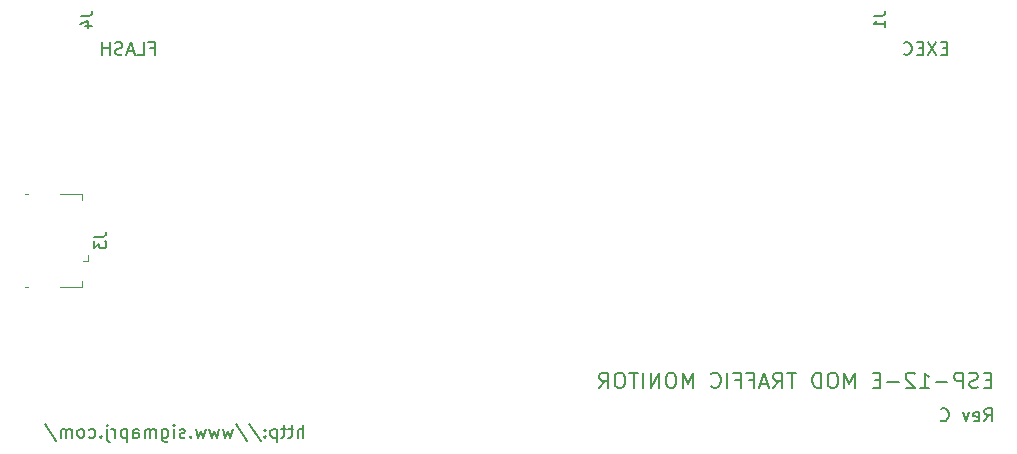
<source format=gbr>
G04 #@! TF.GenerationSoftware,KiCad,Pcbnew,5.1.9+dfsg1-1~bpo10+1*
G04 #@! TF.CreationDate,2021-05-29T21:01:30+02:00*
G04 #@! TF.ProjectId,esp_12e_traffic_monitor,6573705f-3132-4655-9f74-726166666963,C*
G04 #@! TF.SameCoordinates,Original*
G04 #@! TF.FileFunction,Legend,Bot*
G04 #@! TF.FilePolarity,Positive*
%FSLAX46Y46*%
G04 Gerber Fmt 4.6, Leading zero omitted, Abs format (unit mm)*
G04 Created by KiCad (PCBNEW 5.1.9+dfsg1-1~bpo10+1) date 2021-05-29 21:01:30*
%MOMM*%
%LPD*%
G01*
G04 APERTURE LIST*
%ADD10C,0.200000*%
%ADD11C,0.120000*%
%ADD12C,0.150000*%
G04 APERTURE END LIST*
D10*
X113808095Y-132897619D02*
X113808095Y-131797619D01*
X113336666Y-132897619D02*
X113336666Y-132321428D01*
X113389047Y-132216666D01*
X113493809Y-132164285D01*
X113650952Y-132164285D01*
X113755714Y-132216666D01*
X113808095Y-132269047D01*
X112970000Y-132164285D02*
X112550952Y-132164285D01*
X112812857Y-131797619D02*
X112812857Y-132740476D01*
X112760476Y-132845238D01*
X112655714Y-132897619D01*
X112550952Y-132897619D01*
X112341428Y-132164285D02*
X111922380Y-132164285D01*
X112184285Y-131797619D02*
X112184285Y-132740476D01*
X112131904Y-132845238D01*
X112027142Y-132897619D01*
X111922380Y-132897619D01*
X111555714Y-132164285D02*
X111555714Y-133264285D01*
X111555714Y-132216666D02*
X111450952Y-132164285D01*
X111241428Y-132164285D01*
X111136666Y-132216666D01*
X111084285Y-132269047D01*
X111031904Y-132373809D01*
X111031904Y-132688095D01*
X111084285Y-132792857D01*
X111136666Y-132845238D01*
X111241428Y-132897619D01*
X111450952Y-132897619D01*
X111555714Y-132845238D01*
X110560476Y-132792857D02*
X110508095Y-132845238D01*
X110560476Y-132897619D01*
X110612857Y-132845238D01*
X110560476Y-132792857D01*
X110560476Y-132897619D01*
X110560476Y-132216666D02*
X110508095Y-132269047D01*
X110560476Y-132321428D01*
X110612857Y-132269047D01*
X110560476Y-132216666D01*
X110560476Y-132321428D01*
X109250952Y-131745238D02*
X110193809Y-133159523D01*
X108098571Y-131745238D02*
X109041428Y-133159523D01*
X107836666Y-132164285D02*
X107627142Y-132897619D01*
X107417619Y-132373809D01*
X107208095Y-132897619D01*
X106998571Y-132164285D01*
X106684285Y-132164285D02*
X106474761Y-132897619D01*
X106265238Y-132373809D01*
X106055714Y-132897619D01*
X105846190Y-132164285D01*
X105531904Y-132164285D02*
X105322380Y-132897619D01*
X105112857Y-132373809D01*
X104903333Y-132897619D01*
X104693809Y-132164285D01*
X104274761Y-132792857D02*
X104222380Y-132845238D01*
X104274761Y-132897619D01*
X104327142Y-132845238D01*
X104274761Y-132792857D01*
X104274761Y-132897619D01*
X103803333Y-132845238D02*
X103698571Y-132897619D01*
X103489047Y-132897619D01*
X103384285Y-132845238D01*
X103331904Y-132740476D01*
X103331904Y-132688095D01*
X103384285Y-132583333D01*
X103489047Y-132530952D01*
X103646190Y-132530952D01*
X103750952Y-132478571D01*
X103803333Y-132373809D01*
X103803333Y-132321428D01*
X103750952Y-132216666D01*
X103646190Y-132164285D01*
X103489047Y-132164285D01*
X103384285Y-132216666D01*
X102860476Y-132897619D02*
X102860476Y-132164285D01*
X102860476Y-131797619D02*
X102912857Y-131850000D01*
X102860476Y-131902380D01*
X102808095Y-131850000D01*
X102860476Y-131797619D01*
X102860476Y-131902380D01*
X101865238Y-132164285D02*
X101865238Y-133054761D01*
X101917619Y-133159523D01*
X101970000Y-133211904D01*
X102074761Y-133264285D01*
X102231904Y-133264285D01*
X102336666Y-133211904D01*
X101865238Y-132845238D02*
X101970000Y-132897619D01*
X102179523Y-132897619D01*
X102284285Y-132845238D01*
X102336666Y-132792857D01*
X102389047Y-132688095D01*
X102389047Y-132373809D01*
X102336666Y-132269047D01*
X102284285Y-132216666D01*
X102179523Y-132164285D01*
X101970000Y-132164285D01*
X101865238Y-132216666D01*
X101341428Y-132897619D02*
X101341428Y-132164285D01*
X101341428Y-132269047D02*
X101289047Y-132216666D01*
X101184285Y-132164285D01*
X101027142Y-132164285D01*
X100922380Y-132216666D01*
X100870000Y-132321428D01*
X100870000Y-132897619D01*
X100870000Y-132321428D02*
X100817619Y-132216666D01*
X100712857Y-132164285D01*
X100555714Y-132164285D01*
X100450952Y-132216666D01*
X100398571Y-132321428D01*
X100398571Y-132897619D01*
X99403333Y-132897619D02*
X99403333Y-132321428D01*
X99455714Y-132216666D01*
X99560476Y-132164285D01*
X99770000Y-132164285D01*
X99874761Y-132216666D01*
X99403333Y-132845238D02*
X99508095Y-132897619D01*
X99770000Y-132897619D01*
X99874761Y-132845238D01*
X99927142Y-132740476D01*
X99927142Y-132635714D01*
X99874761Y-132530952D01*
X99770000Y-132478571D01*
X99508095Y-132478571D01*
X99403333Y-132426190D01*
X98879523Y-132164285D02*
X98879523Y-133264285D01*
X98879523Y-132216666D02*
X98774761Y-132164285D01*
X98565238Y-132164285D01*
X98460476Y-132216666D01*
X98408095Y-132269047D01*
X98355714Y-132373809D01*
X98355714Y-132688095D01*
X98408095Y-132792857D01*
X98460476Y-132845238D01*
X98565238Y-132897619D01*
X98774761Y-132897619D01*
X98879523Y-132845238D01*
X97884285Y-132897619D02*
X97884285Y-132164285D01*
X97884285Y-132373809D02*
X97831904Y-132269047D01*
X97779523Y-132216666D01*
X97674761Y-132164285D01*
X97570000Y-132164285D01*
X97203333Y-132164285D02*
X97203333Y-133107142D01*
X97255714Y-133211904D01*
X97360476Y-133264285D01*
X97412857Y-133264285D01*
X97203333Y-131797619D02*
X97255714Y-131850000D01*
X97203333Y-131902380D01*
X97150952Y-131850000D01*
X97203333Y-131797619D01*
X97203333Y-131902380D01*
X96679523Y-132792857D02*
X96627142Y-132845238D01*
X96679523Y-132897619D01*
X96731904Y-132845238D01*
X96679523Y-132792857D01*
X96679523Y-132897619D01*
X95684285Y-132845238D02*
X95789047Y-132897619D01*
X95998571Y-132897619D01*
X96103333Y-132845238D01*
X96155714Y-132792857D01*
X96208095Y-132688095D01*
X96208095Y-132373809D01*
X96155714Y-132269047D01*
X96103333Y-132216666D01*
X95998571Y-132164285D01*
X95789047Y-132164285D01*
X95684285Y-132216666D01*
X95055714Y-132897619D02*
X95160476Y-132845238D01*
X95212857Y-132792857D01*
X95265238Y-132688095D01*
X95265238Y-132373809D01*
X95212857Y-132269047D01*
X95160476Y-132216666D01*
X95055714Y-132164285D01*
X94898571Y-132164285D01*
X94793809Y-132216666D01*
X94741428Y-132269047D01*
X94689047Y-132373809D01*
X94689047Y-132688095D01*
X94741428Y-132792857D01*
X94793809Y-132845238D01*
X94898571Y-132897619D01*
X95055714Y-132897619D01*
X94217619Y-132897619D02*
X94217619Y-132164285D01*
X94217619Y-132269047D02*
X94165238Y-132216666D01*
X94060476Y-132164285D01*
X93903333Y-132164285D01*
X93798571Y-132216666D01*
X93746190Y-132321428D01*
X93746190Y-132897619D01*
X93746190Y-132321428D02*
X93693809Y-132216666D01*
X93589047Y-132164285D01*
X93431904Y-132164285D01*
X93327142Y-132216666D01*
X93274761Y-132321428D01*
X93274761Y-132897619D01*
X91965238Y-131745238D02*
X92908095Y-133159523D01*
X171479523Y-131497619D02*
X171846190Y-130973809D01*
X172108095Y-131497619D02*
X172108095Y-130397619D01*
X171689047Y-130397619D01*
X171584285Y-130450000D01*
X171531904Y-130502380D01*
X171479523Y-130607142D01*
X171479523Y-130764285D01*
X171531904Y-130869047D01*
X171584285Y-130921428D01*
X171689047Y-130973809D01*
X172108095Y-130973809D01*
X170589047Y-131445238D02*
X170693809Y-131497619D01*
X170903333Y-131497619D01*
X171008095Y-131445238D01*
X171060476Y-131340476D01*
X171060476Y-130921428D01*
X171008095Y-130816666D01*
X170903333Y-130764285D01*
X170693809Y-130764285D01*
X170589047Y-130816666D01*
X170536666Y-130921428D01*
X170536666Y-131026190D01*
X171060476Y-131130952D01*
X170170000Y-130764285D02*
X169908095Y-131497619D01*
X169646190Y-130764285D01*
X167760476Y-131392857D02*
X167812857Y-131445238D01*
X167970000Y-131497619D01*
X168074761Y-131497619D01*
X168231904Y-131445238D01*
X168336666Y-131340476D01*
X168389047Y-131235714D01*
X168441428Y-131026190D01*
X168441428Y-130869047D01*
X168389047Y-130659523D01*
X168336666Y-130554761D01*
X168231904Y-130450000D01*
X168074761Y-130397619D01*
X167970000Y-130397619D01*
X167812857Y-130450000D01*
X167760476Y-130502380D01*
X172060476Y-128007142D02*
X171627142Y-128007142D01*
X171441428Y-128688095D02*
X172060476Y-128688095D01*
X172060476Y-127388095D01*
X171441428Y-127388095D01*
X170946190Y-128626190D02*
X170760476Y-128688095D01*
X170450952Y-128688095D01*
X170327142Y-128626190D01*
X170265238Y-128564285D01*
X170203333Y-128440476D01*
X170203333Y-128316666D01*
X170265238Y-128192857D01*
X170327142Y-128130952D01*
X170450952Y-128069047D01*
X170698571Y-128007142D01*
X170822380Y-127945238D01*
X170884285Y-127883333D01*
X170946190Y-127759523D01*
X170946190Y-127635714D01*
X170884285Y-127511904D01*
X170822380Y-127450000D01*
X170698571Y-127388095D01*
X170389047Y-127388095D01*
X170203333Y-127450000D01*
X169646190Y-128688095D02*
X169646190Y-127388095D01*
X169150952Y-127388095D01*
X169027142Y-127450000D01*
X168965238Y-127511904D01*
X168903333Y-127635714D01*
X168903333Y-127821428D01*
X168965238Y-127945238D01*
X169027142Y-128007142D01*
X169150952Y-128069047D01*
X169646190Y-128069047D01*
X168346190Y-128192857D02*
X167355714Y-128192857D01*
X166055714Y-128688095D02*
X166798571Y-128688095D01*
X166427142Y-128688095D02*
X166427142Y-127388095D01*
X166550952Y-127573809D01*
X166674761Y-127697619D01*
X166798571Y-127759523D01*
X165560476Y-127511904D02*
X165498571Y-127450000D01*
X165374761Y-127388095D01*
X165065238Y-127388095D01*
X164941428Y-127450000D01*
X164879523Y-127511904D01*
X164817619Y-127635714D01*
X164817619Y-127759523D01*
X164879523Y-127945238D01*
X165622380Y-128688095D01*
X164817619Y-128688095D01*
X164260476Y-128192857D02*
X163270000Y-128192857D01*
X162650952Y-128007142D02*
X162217619Y-128007142D01*
X162031904Y-128688095D02*
X162650952Y-128688095D01*
X162650952Y-127388095D01*
X162031904Y-127388095D01*
X160484285Y-128688095D02*
X160484285Y-127388095D01*
X160050952Y-128316666D01*
X159617619Y-127388095D01*
X159617619Y-128688095D01*
X158750952Y-127388095D02*
X158503333Y-127388095D01*
X158379523Y-127450000D01*
X158255714Y-127573809D01*
X158193809Y-127821428D01*
X158193809Y-128254761D01*
X158255714Y-128502380D01*
X158379523Y-128626190D01*
X158503333Y-128688095D01*
X158750952Y-128688095D01*
X158874761Y-128626190D01*
X158998571Y-128502380D01*
X159060476Y-128254761D01*
X159060476Y-127821428D01*
X158998571Y-127573809D01*
X158874761Y-127450000D01*
X158750952Y-127388095D01*
X157636666Y-128688095D02*
X157636666Y-127388095D01*
X157327142Y-127388095D01*
X157141428Y-127450000D01*
X157017619Y-127573809D01*
X156955714Y-127697619D01*
X156893809Y-127945238D01*
X156893809Y-128130952D01*
X156955714Y-128378571D01*
X157017619Y-128502380D01*
X157141428Y-128626190D01*
X157327142Y-128688095D01*
X157636666Y-128688095D01*
X155531904Y-127388095D02*
X154789047Y-127388095D01*
X155160476Y-128688095D02*
X155160476Y-127388095D01*
X153612857Y-128688095D02*
X154046190Y-128069047D01*
X154355714Y-128688095D02*
X154355714Y-127388095D01*
X153860476Y-127388095D01*
X153736666Y-127450000D01*
X153674761Y-127511904D01*
X153612857Y-127635714D01*
X153612857Y-127821428D01*
X153674761Y-127945238D01*
X153736666Y-128007142D01*
X153860476Y-128069047D01*
X154355714Y-128069047D01*
X153117619Y-128316666D02*
X152498571Y-128316666D01*
X153241428Y-128688095D02*
X152808095Y-127388095D01*
X152374761Y-128688095D01*
X151508095Y-128007142D02*
X151941428Y-128007142D01*
X151941428Y-128688095D02*
X151941428Y-127388095D01*
X151322380Y-127388095D01*
X150393809Y-128007142D02*
X150827142Y-128007142D01*
X150827142Y-128688095D02*
X150827142Y-127388095D01*
X150208095Y-127388095D01*
X149712857Y-128688095D02*
X149712857Y-127388095D01*
X148350952Y-128564285D02*
X148412857Y-128626190D01*
X148598571Y-128688095D01*
X148722380Y-128688095D01*
X148908095Y-128626190D01*
X149031904Y-128502380D01*
X149093809Y-128378571D01*
X149155714Y-128130952D01*
X149155714Y-127945238D01*
X149093809Y-127697619D01*
X149031904Y-127573809D01*
X148908095Y-127450000D01*
X148722380Y-127388095D01*
X148598571Y-127388095D01*
X148412857Y-127450000D01*
X148350952Y-127511904D01*
X146803333Y-128688095D02*
X146803333Y-127388095D01*
X146370000Y-128316666D01*
X145936666Y-127388095D01*
X145936666Y-128688095D01*
X145070000Y-127388095D02*
X144822380Y-127388095D01*
X144698571Y-127450000D01*
X144574761Y-127573809D01*
X144512857Y-127821428D01*
X144512857Y-128254761D01*
X144574761Y-128502380D01*
X144698571Y-128626190D01*
X144822380Y-128688095D01*
X145070000Y-128688095D01*
X145193809Y-128626190D01*
X145317619Y-128502380D01*
X145379523Y-128254761D01*
X145379523Y-127821428D01*
X145317619Y-127573809D01*
X145193809Y-127450000D01*
X145070000Y-127388095D01*
X143955714Y-128688095D02*
X143955714Y-127388095D01*
X143212857Y-128688095D01*
X143212857Y-127388095D01*
X142593809Y-128688095D02*
X142593809Y-127388095D01*
X142160476Y-127388095D02*
X141417619Y-127388095D01*
X141789047Y-128688095D02*
X141789047Y-127388095D01*
X140736666Y-127388095D02*
X140489047Y-127388095D01*
X140365238Y-127450000D01*
X140241428Y-127573809D01*
X140179523Y-127821428D01*
X140179523Y-128254761D01*
X140241428Y-128502380D01*
X140365238Y-128626190D01*
X140489047Y-128688095D01*
X140736666Y-128688095D01*
X140860476Y-128626190D01*
X140984285Y-128502380D01*
X141046190Y-128254761D01*
X141046190Y-127821428D01*
X140984285Y-127573809D01*
X140860476Y-127450000D01*
X140736666Y-127388095D01*
X138879523Y-128688095D02*
X139312857Y-128069047D01*
X139622380Y-128688095D02*
X139622380Y-127388095D01*
X139127142Y-127388095D01*
X139003333Y-127450000D01*
X138941428Y-127511904D01*
X138879523Y-127635714D01*
X138879523Y-127821428D01*
X138941428Y-127945238D01*
X139003333Y-128007142D01*
X139127142Y-128069047D01*
X139622380Y-128069047D01*
X168307142Y-99921428D02*
X167940476Y-99921428D01*
X167783333Y-100497619D02*
X168307142Y-100497619D01*
X168307142Y-99397619D01*
X167783333Y-99397619D01*
X167416666Y-99397619D02*
X166683333Y-100497619D01*
X166683333Y-99397619D02*
X167416666Y-100497619D01*
X166264285Y-99921428D02*
X165897619Y-99921428D01*
X165740476Y-100497619D02*
X166264285Y-100497619D01*
X166264285Y-99397619D01*
X165740476Y-99397619D01*
X164640476Y-100392857D02*
X164692857Y-100445238D01*
X164850000Y-100497619D01*
X164954761Y-100497619D01*
X165111904Y-100445238D01*
X165216666Y-100340476D01*
X165269047Y-100235714D01*
X165321428Y-100026190D01*
X165321428Y-99869047D01*
X165269047Y-99659523D01*
X165216666Y-99554761D01*
X165111904Y-99450000D01*
X164954761Y-99397619D01*
X164850000Y-99397619D01*
X164692857Y-99450000D01*
X164640476Y-99502380D01*
X100859523Y-99921428D02*
X101226190Y-99921428D01*
X101226190Y-100497619D02*
X101226190Y-99397619D01*
X100702380Y-99397619D01*
X99759523Y-100497619D02*
X100283333Y-100497619D01*
X100283333Y-99397619D01*
X99445238Y-100183333D02*
X98921428Y-100183333D01*
X99550000Y-100497619D02*
X99183333Y-99397619D01*
X98816666Y-100497619D01*
X98502380Y-100445238D02*
X98345238Y-100497619D01*
X98083333Y-100497619D01*
X97978571Y-100445238D01*
X97926190Y-100392857D01*
X97873809Y-100288095D01*
X97873809Y-100183333D01*
X97926190Y-100078571D01*
X97978571Y-100026190D01*
X98083333Y-99973809D01*
X98292857Y-99921428D01*
X98397619Y-99869047D01*
X98450000Y-99816666D01*
X98502380Y-99711904D01*
X98502380Y-99607142D01*
X98450000Y-99502380D01*
X98397619Y-99450000D01*
X98292857Y-99397619D01*
X98030952Y-99397619D01*
X97873809Y-99450000D01*
X97402380Y-100497619D02*
X97402380Y-99397619D01*
X97402380Y-99921428D02*
X96773809Y-99921428D01*
X96773809Y-100497619D02*
X96773809Y-99397619D01*
D11*
X95062500Y-120100000D02*
X95062500Y-119650000D01*
X93212500Y-120100000D02*
X95062500Y-120100000D01*
X90242500Y-112300000D02*
X90492500Y-112300000D01*
X90242500Y-120100000D02*
X90492500Y-120100000D01*
X93212500Y-112300000D02*
X95062500Y-112300000D01*
X95062500Y-112300000D02*
X95062500Y-112750000D01*
X95612500Y-117900000D02*
X95612500Y-117450000D01*
X95612500Y-117900000D02*
X95162500Y-117900000D01*
D12*
X162102380Y-97166666D02*
X162816666Y-97166666D01*
X162959523Y-97119047D01*
X163054761Y-97023809D01*
X163102380Y-96880952D01*
X163102380Y-96785714D01*
X163102380Y-98166666D02*
X163102380Y-97595238D01*
X163102380Y-97880952D02*
X162102380Y-97880952D01*
X162245238Y-97785714D01*
X162340476Y-97690476D01*
X162388095Y-97595238D01*
X94952380Y-97166666D02*
X95666666Y-97166666D01*
X95809523Y-97119047D01*
X95904761Y-97023809D01*
X95952380Y-96880952D01*
X95952380Y-96785714D01*
X95285714Y-98071428D02*
X95952380Y-98071428D01*
X94904761Y-97833333D02*
X95619047Y-97595238D01*
X95619047Y-98214285D01*
X96114880Y-115866666D02*
X96829166Y-115866666D01*
X96972023Y-115819047D01*
X97067261Y-115723809D01*
X97114880Y-115580952D01*
X97114880Y-115485714D01*
X96114880Y-116247619D02*
X96114880Y-116866666D01*
X96495833Y-116533333D01*
X96495833Y-116676190D01*
X96543452Y-116771428D01*
X96591071Y-116819047D01*
X96686309Y-116866666D01*
X96924404Y-116866666D01*
X97019642Y-116819047D01*
X97067261Y-116771428D01*
X97114880Y-116676190D01*
X97114880Y-116390476D01*
X97067261Y-116295238D01*
X97019642Y-116247619D01*
M02*

</source>
